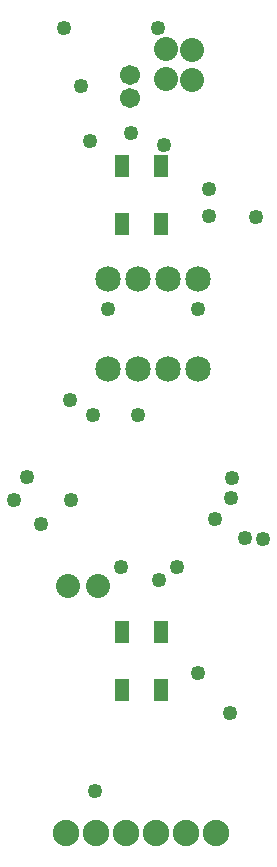
<source format=gbs>
G04 MADE WITH FRITZING*
G04 WWW.FRITZING.ORG*
G04 DOUBLE SIDED*
G04 HOLES PLATED*
G04 CONTOUR ON CENTER OF CONTOUR VECTOR*
%ASAXBY*%
%FSLAX23Y23*%
%MOIN*%
%OFA0B0*%
%SFA1.0B1.0*%
%ADD10C,0.049370*%
%ADD11C,0.085000*%
%ADD12C,0.080000*%
%ADD13C,0.067000*%
%ADD14C,0.088000*%
%ADD15R,0.050236X0.077069*%
%ADD16R,0.050222X0.077069*%
%ADD17R,0.050236X0.077083*%
%ADD18R,0.050222X0.077056*%
%ADD19C,0.030000*%
%LNMASK0*%
G90*
G70*
G54D10*
X694Y1942D03*
X394Y1942D03*
X580Y2491D03*
X887Y2250D03*
X729Y2253D03*
X564Y1040D03*
X751Y1242D03*
X693Y731D03*
X171Y1227D03*
X729Y2342D03*
X333Y2504D03*
X559Y2879D03*
X248Y2879D03*
X303Y2685D03*
X270Y1305D03*
X911Y1178D03*
X851Y1180D03*
X805Y1381D03*
X351Y338D03*
X124Y1382D03*
X80Y1307D03*
X471Y2531D03*
X266Y1640D03*
X493Y1591D03*
X342Y1589D03*
X804Y1313D03*
X800Y595D03*
X437Y1082D03*
X624Y1082D03*
G54D11*
X392Y1743D03*
X392Y2043D03*
X492Y1743D03*
X492Y2043D03*
X592Y1743D03*
X592Y2043D03*
X692Y1743D03*
X692Y2043D03*
G54D12*
X587Y2710D03*
X587Y2810D03*
X674Y2707D03*
X674Y2807D03*
G54D13*
X468Y2724D03*
X468Y2645D03*
X468Y2724D03*
X468Y2645D03*
X468Y2724D03*
X468Y2645D03*
G54D12*
X261Y1021D03*
X361Y1021D03*
G54D14*
X753Y196D03*
X653Y196D03*
X553Y196D03*
X453Y196D03*
X353Y196D03*
X253Y196D03*
G54D15*
X571Y865D03*
G54D16*
X441Y865D03*
G54D17*
X571Y672D03*
G54D18*
X441Y672D03*
G54D15*
X570Y2421D03*
G54D16*
X440Y2421D03*
G54D17*
X570Y2228D03*
G54D18*
X440Y2228D03*
G54D19*
G36*
X365Y1770D02*
X420Y1770D01*
X420Y1715D01*
X365Y1715D01*
X365Y1770D01*
G37*
D02*
G04 End of Mask0*
M02*
</source>
